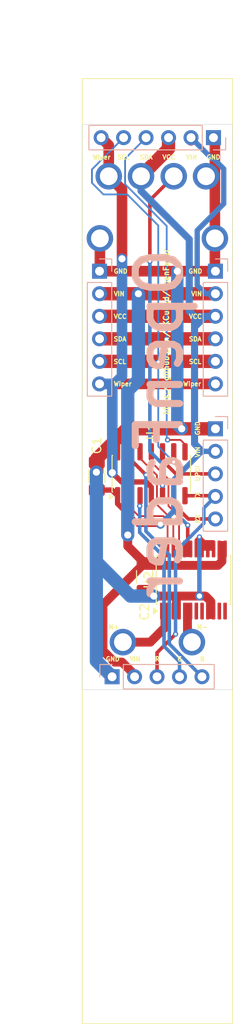
<source format=kicad_pcb>
(kicad_pcb (version 20241229) (generator "pcbnew") (generator_version "9.0")
  (layers (0 "F.Cu" signal) (2 "B.Cu" signal) (13 "F.Paste" user) (15 "B.Paste" user) (5 "F.SilkS" user "F.Silkscreen") (7 "B.SilkS" user "B.Silkscreen") (1 "F.Mask" user) (3 "B.Mask" user) (25 "Edge.Cuts" user))
  (net 0 "")
  (net 1 "Vin")
  (net 2 "GND")
  (net 3 "SCL")
  (net 4 "Wiper")
  (net 5 "UPDI")
  (net 6 "SDA")
  (net 7 "LED_B")
  (net 8 "LED_R")
  (net 9 "LED_G")
  (net 10 "UART_RX")
  (net 11 "Touch")
  (net 12 "MPWM")
  (net 13 "M2")
  (net 14 "M1")
  (net 15 "Motor-")
  (net 19 "Motor+")
  (net 21 "Vcc")
  (footprint "Package_SO:SOIC-14_3.9x8.7mm_P1.27mm" (layer "F.Cu") (at 141.51 121.875 90)
    (property "Reference" "U1" (at 4.775 0 90) (layer "F.SilkS"))
    (property "Value" "ATtiny1614-SS" (hide yes))
    (fp_line (start 2.06 -4.435) (end 2.06 -4.37) (stroke (width 0.12)) (layer "F.SilkS"))
    (fp_line (start -2.06 -4.435) (end 2.06 -4.435) (stroke (width 0.12)) (layer "F.SilkS"))
    (fp_line (start -2.06 -4.37) (end -2.06 -4.435) (stroke (width 0.12)) (layer "F.SilkS"))
    (fp_line (start 2.06 4.37) (end 2.06 4.435) (stroke (width 0.12)) (layer "F.SilkS"))
    (fp_line (start 2.06 4.435) (end -2.06 4.435) (stroke (width 0.12)) (layer "F.SilkS"))
    (fp_line (start -2.06 4.435) (end -2.06 4.37) (stroke (width 0.12)) (layer "F.SilkS"))
    (fp_poly (pts (xy -2.6 -4.37) (xy -2.84 -4.7) (xy -2.36 -4.7)) (stroke (width 0.12)) (fill yes) (layer "F.SilkS"))
    (pad "1" smd roundrect (at -2.475 -3.81 90) (size 1.95 0.6) (layers "F.Cu" "F.Mask" "F.Paste") (net 21 "Vcc"))
    (pad "2" smd roundrect (at -2.475 -2.54 90) (size 1.95 0.6) (layers "F.Cu" "F.Mask" "F.Paste") (net 12 "MPWM"))
    (pad "3" smd roundrect (at -2.475 -1.27 90) (size 1.95 0.6) (layers "F.Cu" "F.Mask" "F.Paste") (net 9 "LED_G"))
    (pad "4" smd roundrect (at -2.475 0 90) (size 1.95 0.6) (layers "F.Cu" "F.Mask" "F.Paste") (net 4 "Wiper"))
    (pad "5" smd roundrect (at -2.475 1.27 90) (size 1.95 0.6) (layers "F.Cu" "F.Mask" "F.Paste") (net 11 "Touch"))
    (pad "6" smd roundrect (at -2.475 2.54 90) (size 1.95 0.6) (layers "F.Cu" "F.Mask" "F.Paste") (net 10 "UART_RX"))
    (pad "7" smd roundrect (at -2.475 3.81 90) (size 1.95 0.6) (layers "F.Cu" "F.Mask" "F.Paste") (net 8 "LED_R"))
    (pad "8" smd roundrect (at 2.475 3.81 90) (size 1.95 0.6) (layers "F.Cu" "F.Mask" "F.Paste") (net 6 "SDA"))
    (pad "9" smd roundrect (at 2.475 2.54 90) (size 1.95 0.6) (layers "F.Cu" "F.Mask" "F.Paste") (net 3 "SCL"))
    (pad "10" smd roundrect (at 2.475 1.27 90) (size 1.95 0.6) (layers "F.Cu" "F.Mask" "F.Paste") (net 5 "UPDI"))
    (pad "11" smd roundrect (at 2.475 0 90) (size 1.95 0.6) (layers "F.Cu" "F.Mask" "F.Paste") (net 14 "M1"))
    (pad "12" smd roundrect (at 2.475 -1.27 90) (size 1.95 0.6) (layers "F.Cu" "F.Mask" "F.Paste") (net 13 "M2"))
    (pad "13" smd roundrect (at 2.475 -2.54 90) (size 1.95 0.6) (layers "F.Cu" "F.Mask" "F.Paste") (net 7 "LED_B"))
    (pad "14" smd roundrect (at 2.475 -3.81 90) (size 1.95 0.6) (layers "F.Cu" "F.Mask" "F.Paste") (net 2 "GND"))
  )
  (footprint "Motorized Fader:MF60T" (layer "F.Cu") (at 142.2 130.6)
    (property "Reference" "U3" (hide yes))
    (property "Value" "~")
    (fp_rect (start -8.5 -53.25) (end 8.5 53.25) (stroke (width 0.1)) (fill no) (layer "F.SilkS"))
    (pad "0" thru_hole circle (at -3.9 10.25) (size 3 3) (drill 2) (layers "*.Cu" "*.Paste" "*.Mask") (net 19 "Motor+"))
    (pad "1" thru_hole circle (at 3.9 10.25) (size 3 3) (drill 2) (layers "*.Cu" "*.Paste" "*.Mask") (net 15 "Motor-"))
    (pad "2" thru_hole circle (at -1.85 -42.25) (size 3 3) (drill 2) (layers "*.Cu" "*.Paste" "*.Mask") (net 21 "Vcc"))
    (pad "3" thru_hole circle (at -5.5 -42.25) (size 3 3) (drill 2) (layers "*.Cu" "*.Paste" "*.Mask") (net 4 "Wiper"))
    (pad "4" thru_hole circle (at 5.5 -42.25) (size 3 3) (drill 2) (layers "*.Cu" "*.Paste" "*.Mask") (net 2 "GND"))
    (pad "5" thru_hole circle (at 1.85 -42.25) (size 3 3) (drill 2) (layers "*.Cu" "*.Paste" "*.Mask") (net 11 "Touch"))
    (pad "6" thru_hole circle (at -6.5 -35.25) (size 3 3) (drill 2) (layers "*.Cu" "*.Paste" "*.Mask") (net 2 "GND"))
    (pad "6" thru_hole circle (at 6.5 -35.25) (size 3 3) (drill 2) (layers "*.Cu" "*.Paste" "*.Mask") (net 2 "GND"))
  )
  (footprint "Capacitor_SMD:C_1206_3216Metric_Pad1.33x1.80mm_HandSolder" (layer "F.Cu") (at 140.75 133.5 -90)
    (property "Reference" "C2" (at 3.95 0 90) (layer "F.SilkS"))
    (property "Value" "C")
    (fp_line (start -0.711252 0.91) (end 0.711252 0.91) (stroke (width 0.12)) (layer "F.SilkS"))
    (fp_line (start -0.711252 -0.91) (end 0.711252 -0.91) (stroke (width 0.12)) (layer "F.SilkS"))
    (pad "1" smd roundrect (at -1.5625 0 270) (size 1.325 1.8) (layers "F.Cu" "F.Mask" "F.Paste") (roundrect_rratio 0.188679) (net 1 "Vin"))
    (pad "2" smd roundrect (at 1.5625 0 270) (size 1.325 1.8) (layers "F.Cu" "F.Mask" "F.Paste") (roundrect_rratio 0.188679) (net 2 "GND"))
  )
  (footprint "Capacitor_SMD:C_1206_3216Metric_Pad1.33x1.80mm_HandSolder" (layer "F.Cu") (at 135.35 122.15 90)
    (property "Reference" "C1" (at 3.45 0 90) (layer "F.SilkS"))
    (property "Value" "C")
    (fp_line (start -0.711252 -0.91) (end 0.711252 -0.91) (stroke (width 0.12)) (layer "F.SilkS"))
    (fp_line (start -0.711252 0.91) (end 0.711252 0.91) (stroke (width 0.12)) (layer "F.SilkS"))
    (pad "1" smd roundrect (at -1.5625 0 90) (size 1.325 1.8) (layers "F.Cu" "F.Mask" "F.Paste") (roundrect_rratio 0.188679) (net 21 "Vcc"))
    (pad "2" smd roundrect (at 1.5625 0 90) (size 1.325 1.8) (layers "F.Cu" "F.Mask" "F.Paste") (roundrect_rratio 0.188679) (net 2 "GND"))
  )
  (footprint "Package_SO:SSOP-24_5.3x8.2mm_P0.65mm" (layer "F.Cu") (at 146.275 133.85 90)
    (property "Reference" "U2" (at 0 -5.05 90) (layer "F.SilkS"))
    (property "Value" "TB6612FNG" (hide yes))
    (fp_line (start 2.76 -4.21) (end 2.76 -4.035) (stroke (width 0.12)) (layer "F.SilkS"))
    (fp_line (start -2.76 -4.21) (end 2.76 -4.21) (stroke (width 0.12)) (layer "F.SilkS"))
    (fp_line (start -2.76 -4.035) (end -2.76 -4.21) (stroke (width 0.12)) (layer "F.SilkS"))
    (fp_line (start 2.76 4.035) (end 2.76 4.21) (stroke (width 0.12)) (layer "F.SilkS"))
    (fp_line (start 2.76 4.21) (end -2.76 4.21) (stroke (width 0.12)) (layer "F.SilkS"))
    (fp_line (start -2.76 4.21) (end -2.76 4.035) (stroke (width 0.12)) (layer "F.SilkS"))
    (fp_poly (pts (xy -3.5 -4.04) (xy -3.84 -4.51) (xy -3.16 -4.51)) (stroke (width 0.12)) (fill yes) (layer "F.SilkS"))
    (pad "1" smd roundrect (at -3.5 -3.575 90) (size 1.9 0.4) (layers "F.Cu" "F.Mask" "F.Paste") (net 19 "Motor+"))
    (pad "2" smd roundrect (at -3.5 -2.925 90) (size 1.9 0.4) (layers "F.Cu" "F.Mask" "F.Paste") (net 19 "Motor+"))
    (pad "3" smd roundrect (at -3.5 -2.275 90) (size 1.9 0.4) (layers "F.Cu" "F.Mask" "F.Paste") (net 2 "GND"))
    (pad "4" smd roundrect (at -3.5 -1.625 90) (size 1.9 0.4) (layers "F.Cu" "F.Mask" "F.Paste") (net 2 "GND"))
    (pad "5" smd roundrect (at -3.5 -0.975 90) (size 1.9 0.4) (layers "F.Cu" "F.Mask" "F.Paste") (net 15 "Motor-"))
    (pad "6" smd roundrect (at -3.5 -0.325 90) (size 1.9 0.4) (layers "F.Cu" "F.Mask" "F.Paste") (net 15 "Motor-"))
    (pad "7" smd roundrect (at -3.5 0.325 90) (size 1.9 0.4) (layers "F.Cu" "F.Mask" "F.Paste"))
    (pad "8" smd roundrect (at -3.5 0.975 90) (size 1.9 0.4) (layers "F.Cu" "F.Mask" "F.Paste"))
    (pad "9" smd roundrect (at -3.5 1.625 90) (size 1.9 0.4) (layers "F.Cu" "F.Mask" "F.Paste") (net 2 "GND"))
    (pad "10" smd roundrect (at -3.5 2.275 90) (size 1.9 0.4) (layers "F.Cu" "F.Mask" "F.Paste") (net 2 "GND"))
    (pad "11" smd roundrect (at -3.5 2.925 90) (size 1.9 0.4) (layers "F.Cu" "F.Mask" "F.Paste"))
    (pad "12" smd roundrect (at -3.5 3.575 90) (size 1.9 0.4) (layers "F.Cu" "F.Mask" "F.Paste"))
    (pad "13" smd roundrect (at 3.5 3.575 90) (size 1.9 0.4) (layers "F.Cu" "F.Mask" "F.Paste") (net 1 "Vin"))
    (pad "14" smd roundrect (at 3.5 2.925 90) (size 1.9 0.4) (layers "F.Cu" "F.Mask" "F.Paste") (net 1 "Vin"))
    (pad "15" smd roundrect (at 3.5 2.275 90) (size 1.9 0.4) (layers "F.Cu" "F.Mask" "F.Paste") (net 2 "GND"))
    (pad "16" smd roundrect (at 3.5 1.625 90) (size 1.9 0.4) (layers "F.Cu" "F.Mask" "F.Paste") (net 2 "GND"))
    (pad "17" smd roundrect (at 3.5 0.975 90) (size 1.9 0.4) (layers "F.Cu" "F.Mask" "F.Paste") (net 2 "GND"))
    (pad "18" smd roundrect (at 3.5 0.325 90) (size 1.9 0.4) (layers "F.Cu" "F.Mask" "F.Paste") (net 2 "GND"))
    (pad "19" smd roundrect (at 3.5 -0.325 90) (size 1.9 0.4) (layers "F.Cu" "F.Mask" "F.Paste") (net 21 "Vcc"))
    (pad "20" smd roundrect (at 3.5 -0.975 90) (size 1.9 0.4) (layers "F.Cu" "F.Mask" "F.Paste") (net 21 "Vcc"))
    (pad "21" smd roundrect (at 3.5 -1.625 90) (size 1.9 0.4) (layers "F.Cu" "F.Mask" "F.Paste") (net 14 "M1"))
    (pad "22" smd roundrect (at 3.5 -2.275 90) (size 1.9 0.4) (layers "F.Cu" "F.Mask" "F.Paste") (net 13 "M2"))
    (pad "23" smd roundrect (at 3.5 -2.925 90) (size 1.9 0.4) (layers "F.Cu" "F.Mask" "F.Paste") (net 12 "MPWM"))
    (pad "24" smd roundrect (at 3.5 -3.575 90) (size 1.9 0.4) (layers "F.Cu" "F.Mask" "F.Paste") (net 1 "Vin"))
  )
  (footprint "Connector_PinHeader_2.54mm:PinHeader_1x06_P2.54mm_Vertical" (layer "B.Cu") (at 148.54 84 90)
    (property "Reference" "J5" (hide yes))
    (property "Value" "Conn_01x06_Pin" (hide yes))
    (fp_line (start -1.38 -14.08) (end 1.38 -14.08) (stroke (width 0.12)) (layer "B.SilkS"))
    (fp_line (start 1.38 -1.27) (end 1.38 -14.08) (stroke (width 0.12)) (layer "B.SilkS"))
    (fp_line (start -1.38 -1.27) (end -1.38 -14.08) (stroke (width 0.12)) (layer "B.SilkS"))
    (fp_line (start -1.38 -1.27) (end 1.38 -1.27) (stroke (width 0.12)) (layer "B.SilkS"))
    (fp_line (start -1.38 0) (end -1.38 1.38) (stroke (width 0.12)) (layer "B.SilkS"))
    (fp_line (start -1.38 1.38) (end 0 1.38) (stroke (width 0.12)) (layer "B.SilkS"))
    (pad "1" thru_hole rect (at 0 0 90) (size 1.7 1.7) (drill 1) (layers "*.Cu" "*.Mask") (net 2 "GND"))
    (pad "2" thru_hole circle (at 0 -2.54 90) (size 1.7 1.7) (drill 1) (layers "*.Cu" "*.Mask") (net 1 "Vin"))
    (pad "3" thru_hole circle (at 0 -5.08 90) (size 1.7 1.7) (drill 1) (layers "*.Cu" "*.Mask") (net 21 "Vcc"))
    (pad "4" thru_hole circle (at 0 -7.62 90) (size 1.7 1.7) (drill 1) (layers "*.Cu" "*.Mask") (net 6 "SDA"))
    (pad "5" thru_hole circle (at 0 -10.16 90) (size 1.7 1.7) (drill 1) (layers "*.Cu" "*.Mask") (net 3 "SCL"))
    (pad "6" thru_hole circle (at 0 -12.7 90) (size 1.7 1.7) (drill 1) (layers "*.Cu" "*.Mask") (net 4 "Wiper"))
  )
  (footprint "Connector_PinHeader_2.54mm:PinHeader_1x06_P2.54mm_Vertical" (layer "B.Cu") (at 148.76 99.05 180)
    (property "Reference" "J1" (hide yes))
    (property "Value" "Conn_01x06_Pin" (hide yes))
    (fp_line (start 1.38 -1.27) (end 1.38 -14.08) (stroke (width 0.12)) (layer "B.SilkS"))
    (fp_line (start -1.38 1.38) (end 0 1.38) (stroke (width 0.12)) (layer "B.SilkS"))
    (fp_line (start -1.38 0) (end -1.38 1.38) (stroke (width 0.12)) (layer "B.SilkS"))
    (fp_line (start -1.38 -1.27) (end 1.38 -1.27) (stroke (width 0.12)) (layer "B.SilkS"))
    (fp_line (start -1.38 -1.27) (end -1.38 -14.08) (stroke (width 0.12)) (layer "B.SilkS"))
    (fp_line (start -1.38 -14.08) (end 1.38 -14.08) (stroke (width 0.12)) (layer "B.SilkS"))
    (pad "1" thru_hole rect (at 0 0 180) (size 1.7 1.7) (drill 1) (layers "*.Cu" "*.Mask") (net 2 "GND"))
    (pad "2" thru_hole circle (at 0 -2.54 180) (size 1.7 1.7) (drill 1) (layers "*.Cu" "*.Mask") (net 1 "Vin"))
    (pad "3" thru_hole circle (at 0 -5.08 180) (size 1.7 1.7) (drill 1) (layers "*.Cu" "*.Mask") (net 21 "Vcc"))
    (pad "4" thru_hole circle (at 0 -7.62 180) (size 1.7 1.7) (drill 1) (layers "*.Cu" "*.Mask") (net 6 "SDA"))
    (pad "5" thru_hole circle (at 0 -10.16 180) (size 1.7 1.7) (drill 1) (layers "*.Cu" "*.Mask") (net 3 "SCL"))
    (pad "6" thru_hole circle (at 0 -12.7 180) (size 1.7 1.7) (drill 1) (layers "*.Cu" "*.Mask") (net 4 "Wiper"))
  )
  (footprint "Connector_PinHeader_2.54mm:PinHeader_1x05_P2.54mm_Vertical" (layer "B.Cu") (at 137.08 144.75 -90)
    (property "Reference" "J2" (hide yes))
    (property "Value" "Conn_01x05_Pin" (hide yes))
    (fp_line (start -1.38 1.38) (end 0 1.38) (stroke (width 0.12)) (layer "B.SilkS"))
    (fp_line (start -1.38 0) (end -1.38 1.38) (stroke (width 0.12)) (layer "B.SilkS"))
    (fp_line (start -1.38 -1.27) (end 1.38 -1.27) (stroke (width 0.12)) (layer "B.SilkS"))
    (fp_line (start -1.38 -1.27) (end -1.38 -11.54) (stroke (width 0.12)) (layer "B.SilkS"))
    (fp_line (start 1.38 -1.27) (end 1.38 -11.54) (stroke (width 0.12)) (layer "B.SilkS"))
    (fp_line (start -1.38 -11.54) (end 1.38 -11.54) (stroke (width 0.12)) (layer "B.SilkS"))
    (pad "1" thru_hole rect (at 0 0 270) (size 1.7 1.7) (drill 1) (layers "*.Cu" "*.Mask") (net 2 "GND"))
    (pad "2" thru_hole circle (at 0 -2.54 270) (size 1.7 1.7) (drill 1) (layers "*.Cu" "*.Mask") (net 1 "Vin"))
    (pad "3" thru_hole circle (at 0 -5.08 270) (size 1.7 1.7) (drill 1) (layers "*.Cu" "*.Mask") (net 8 "LED_R"))
    (pad "4" thru_hole circle (at 0 -7.62 270) (size 1.7 1.7) (drill 1) (layers "*.Cu" "*.Mask") (net 9 "LED_G"))
    (pad "5" thru_hole circle (at 0 -10.16 270) (size 1.7 1.7) (drill 1) (layers "*.Cu" "*.Mask") (net 7 "LED_B"))
  )
  (footprint "Connector_PinHeader_2.54mm:PinHeader_1x06_P2.54mm_Vertical" (layer "B.Cu") (at 135.66 99.05 180)
    (property "Reference" "J4" (hide yes))
    (property "Value" "Conn_01x06_Pin" (hide yes))
    (fp_line (start 1.38 -1.27) (end 1.38 -14.08) (stroke (width 0.12)) (layer "B.SilkS"))
    (fp_line (start -1.38 1.38) (end 0 1.38) (stroke (width 0.12)) (layer "B.SilkS"))
    (fp_line (start -1.38 0) (end -1.38 1.38) (stroke (width 0.12)) (layer "B.SilkS"))
    (fp_line (start -1.38 -1.27) (end 1.38 -1.27) (stroke (width 0.12)) (layer "B.SilkS"))
    (fp_line (start -1.38 -1.27) (end -1.38 -14.08) (stroke (width 0.12)) (layer "B.SilkS"))
    (fp_line (start -1.38 -14.08) (end 1.38 -14.08) (stroke (width 0.12)) (layer "B.SilkS"))
    (pad "1" thru_hole rect (at 0 0 180) (size 1.7 1.7) (drill 1) (layers "*.Cu" "*.Mask") (net 2 "GND"))
    (pad "2" thru_hole circle (at 0 -2.54 180) (size 1.7 1.7) (drill 1) (layers "*.Cu" "*.Mask") (net 1 "Vin"))
    (pad "3" thru_hole circle (at 0 -5.08 180) (size 1.7 1.7) (drill 1) (layers "*.Cu" "*.Mask") (net 21 "Vcc"))
    (pad "4" thru_hole circle (at 0 -7.62 180) (size 1.7 1.7) (drill 1) (layers "*.Cu" "*.Mask") (net 6 "SDA"))
    (pad "5" thru_hole circle (at 0 -10.16 180) (size 1.7 1.7) (drill 1) (layers "*.Cu" "*.Mask") (net 3 "SCL"))
    (pad "6" thru_hole circle (at 0 -12.7 180) (size 1.7 1.7) (drill 1) (layers "*.Cu" "*.Mask") (net 4 "Wiper"))
  )
  (footprint "Connector_PinHeader_2.54mm:PinHeader_1x05_P2.54mm_Vertical" (layer "B.Cu") (at 148.76 116.81 180)
    (property "Reference" "J3" (hide yes))
    (property "Value" "Conn_01x05_Pin" (hide yes))
    (fp_line (start 1.38 -1.27) (end 1.38 -11.54) (stroke (width 0.12)) (layer "B.SilkS"))
    (fp_line (start -1.38 1.38) (end 0 1.38) (stroke (width 0.12)) (layer "B.SilkS"))
    (fp_line (start -1.38 0) (end -1.38 1.38) (stroke (width 0.12)) (layer "B.SilkS"))
    (fp_line (start -1.38 -1.27) (end 1.38 -1.27) (stroke (width 0.12)) (layer "B.SilkS"))
    (fp_line (start -1.38 -1.27) (end -1.38 -11.54) (stroke (width 0.12)) (layer "B.SilkS"))
    (fp_line (start -1.38 -11.54) (end 1.38 -11.54) (stroke (width 0.12)) (layer "B.SilkS"))
    (pad "1" thru_hole rect (at 0 0 180) (size 1.7 1.7) (drill 1) (layers "*.Cu" "*.Mask") (net 2 "GND"))
    (pad "2" thru_hole circle (at 0 -2.54 180) (size 1.7 1.7) (drill 1) (layers "*.Cu" "*.Mask") (net 21 "Vcc"))
    (pad "3" thru_hole circle (at 0 -5.08 180) (size 1.7 1.7) (drill 1) (layers "*.Cu" "*.Mask") (net 5 "UPDI"))
    (pad "4" thru_hole circle (at 0 -7.62 180) (size 1.7 1.7) (drill 1) (layers "*.Cu" "*.Mask") (net 8 "LED_R"))
    (pad "5" thru_hole circle (at 0 -10.16 180) (size 1.7 1.7) (drill 1) (layers "*.Cu" "*.Mask") (net 10 "UART_RX"))
  )
  (gr_rect (start 133.7 82.5) (end 150.7 146.2) (stroke (width 0.05)) (fill no) (layer "Edge.Cuts"))
  (gr_text "Wiper" (at 145.039594 112.042429 0) (layer "F.SilkS") (effects (font (size 0.5 0.5) (thickness 0.125)) (justify left bottom)))
  (gr_text "TX" (at 147.05 124.85 90) (layer "F.SilkS") (effects (font (size 0.5 0.5) (thickness 0.125)) (justify left bottom)))
  (gr_text "SCL" (at 137.189594 109.542429 0) (layer "F.SilkS") (effects (font (size 0.5 0.5) (thickness 0.125)) (justify left bottom)))
  (gr_text "GND" (at 136.3 143.05 0) (layer "F.SilkS") (effects (font (size 0.5 0.5) (thickness 0.125)) (justify left bottom)))
  (gr_text "SCL" (at 137.6 86.5 0) (layer "F.SilkS") (effects (font (size 0.5 0.5) (thickness 0.125)) (justify left bottom)))
  (gr_text "VIN" (at 137.2 101.9 0) (layer "F.SilkS") (effects (font (size 0.5 0.5) (thickness 0.125)) (justify left bottom)))
  (gr_text "M+" (at 136.6 139.45 0) (layer "F.SilkS") (effects (font (size 0.5 0.5) (thickness 0.125)) (justify left bottom)))
  (gr_text "UPDI" (at 147.05 122.8 90) (layer "F.SilkS") (effects (font (size 0.5 0.5) (thickness 0.125)) (justify left bottom)))
  (gr_text "VIN" (at 139 143.05 0) (layer "F.SilkS") (effects (font (size 0.5 0.5) (thickness 0.125)) (justify left bottom)))
  (gr_text "Wiper" (at 134.8 86.5 0) (layer "F.SilkS") (effects (font (size 0.5 0.5) (thickness 0.125)) (justify left bottom)))
  (gr_text "VCC" (at 145.7 104.45 0) (layer "F.SilkS") (effects (font (size 0.5 0.5) (thickness 0.125)) (justify left bottom)))
  (gr_text "SDA" (at 145.689594 106.992429 0) (layer "F.SilkS") (effects (font (size 0.5 0.5) (thickness 0.125)) (justify left bottom)))
  (gr_text "VCC" (at 142.7 86.5 0) (layer "F.SilkS") (effects (font (size 0.5 0.5) (thickness 0.125)) (justify left bottom)))
  (gr_text "GND" (at 147.69 86.5 0) (layer "F.SilkS") (effects (font (size 0.5 0.5) (thickness 0.125)) (justify left bottom)))
  (gr_text "M-" (at 146.6 139.45 0) (layer "F.SilkS") (effects (font (size 0.5 0.5) (thickness 0.125)) (justify left bottom)))
  (gr_text "GND" (at 147.05 117.6 90) (layer "F.SilkS") (effects (font (size 0.5 0.5) (thickness 0.125)) (justify left bottom)))
  (gr_text "SDA" (at 140.15 86.5 0) (layer "F.SilkS") (effects (font (size 0.5 0.5) (thickness 0.125)) (justify left bottom)))
  (gr_text "VIN" (at 147.05 120.1 90) (layer "F.SilkS") (effects (font (size 0.5 0.5) (thickness 0.125)) (justify left bottom)))
  (gr_text "B" (at 146.95 143.05 0) (layer "F.SilkS") (effects (font (size 0.5 0.5) (thickness 0.125)) (justify left bottom)))
  (gr_text "https://github.com/PKCubed/OpenFader" (at 143.55 115.3 90) (layer "F.SilkS") (effects (font (size 0.6 0.6) (thickness 0.15) (bold yes)) (justify left bottom)))
  (gr_text "GND" (at 145.65 99.35 0) (layer "F.SilkS") (effects (font (size 0.5 0.5) (thickness 0.125)) (justify left bottom)))
  (gr_text "SCL" (at 145.689594 109.542429 0) (layer "F.SilkS") (effects (font (size 0.5 0.5) (thickness 0.125)) (justify left bottom)))
  (gr_text "VIN" (at 145.39 86.5 0) (layer "F.SilkS") (effects (font (size 0.5 0.5) (thickness 0.125)) (justify left bottom)))
  (gr_text "VCC" (at 137.2 104.45 0) (layer "F.SilkS") (effects (font (size 0.5 0.5) (thickness 0.125)) (justify left bottom)))
  (gr_text "Wiper" (at 137.189594 112.042429 0) (layer "F.SilkS") (effects (font (size 0.5 0.5) (thickness 0.125)) (justify left bottom)))
  (gr_text "R" (at 141.85 143.05 0) (layer "F.SilkS") (effects (font (size 0.5 0.5) (thickness 0.125)) (justify left bottom)))
  (gr_text "VIN" (at 145.95 101.9 0) (layer "F.SilkS") (effects (font (size 0.5 0.5) (thickness 0.125)) (justify left bottom)))
  (gr_text "GND" (at 137.2 99.35 0) (layer "F.SilkS") (effects (font (size 0.5 0.5) (thickness 0.125)) (justify left bottom)))
  (gr_text "RX" (at 147.05 127.55 90) (layer "F.SilkS") (effects (font (size 0.5 0.5) (thickness 0.125)) (justify left bottom)))
  (gr_text "SDA" (at 137.189594 106.992429 0) (layer "F.SilkS") (effects (font (size 0.5 0.5) (thickness 0.125)) (justify left bottom)))
  (gr_text "G" (at 144.4 143.05 0) (layer "F.SilkS") (effects (font (size 0.5 0.5) (thickness 0.125)) (justify left bottom)))
  (gr_text "OpenFader" (at 145.35 96.05 90) (layer "B.SilkS") (effects (font (size 5 5) (thickness 0.8)) (justify left bottom mirror)))
  (segment (start 149.05 132.2) (end 149.5 131.75) (width 1) (layer "F.Cu") (net 1))
  (segment (start 148.76 101.59) (end 140.5 101.59) (width 1.5) (layer "F.Cu") (net 1))
  (segment (start 138.2 143.1) (end 137.35 143.1) (width 1) (layer "F.Cu") (net 1))
  (segment (start 142.7 129.6) (end 142.7 131.1) (width 0.5) (layer "F.Cu") (net 1))
  (segment (start 139.62 144.75) (end 139.62 144.52) (width 1) (layer "F.Cu") (net 1))
  (segment (start 145.85 84.15) (end 146 84) (width 0.2) (layer "F.Cu") (net 1))
  (segment (start 138.85 130.0375) (end 140.75 131.9375) (width 1) (layer "F.Cu") (net 1))
  (segment (start 140.4875 132.2) (end 141.75 132.2) (width 1) (layer "F.Cu") (net 1))
  (segment (start 141.0125 132.2) (end 149.05 132.2) (width 1) (layer "F.Cu") (net 1))
  (segment (start 146 84.3) (end 146 84) (width 1.2) (layer "F.Cu") (net 1))
  (segment (start 138.85 128.775) (end 138.85 130.0375) (width 1) (layer "F.Cu") (net 1))
  (segment (start 137.35 143.1) (end 136.05 141.8) (width 1) (layer "F.Cu") (net 1))
  (segment (start 136.05 136.6375) (end 140.4875 132.2) (width 1) (layer "F.Cu") (net 1))
  (segment (start 141.8625 131.9375) (end 140.75 131.9375) (width 0.5) (layer "F.Cu") (net 1))
  (segment (start 149.5 131.75) (end 149.5 129.95) (width 1) (layer "F.Cu") (net 1))
  (segment (start 142.7 131.1) (end 141.8625 131.9375) (width 0.5) (layer "F.Cu") (net 1))
  (segment (start 140.75 131.9375) (end 141.0125 132.2) (width 1) (layer "F.Cu") (net 1))
  (segment (start 140.5 101.59) (end 135.66 101.59) (width 1.5) (layer "F.Cu") (net 1))
  (segment (start 136.05 141.8) (end 136.05 136.6375) (width 1) (layer "F.Cu") (net 1))
  (segment (start 139.62 144.52) (end 138.2 143.1) (width 1) (layer "F.Cu") (net 1))
  (segment (start 149.85 130.35) (end 149.2 130.35) (width 0.4) (layer "F.Cu") (net 1))
  (via (at 140.05 101.59) (size 1.2) (drill 0.8) (layers "F.Cu" "B.Cu") (net 1))
  (via (at 138.85 128.775) (size 1.2) (drill 0.8) (layers "F.Cu" "B.Cu") (net 1))
  (segment (start 146.699 94.451) (end 149.701 91.449) (width 0.6) (layer "B.Cu") (net 1))
  (segment (start 148.76 101.59) (end 147.64 101.59) (width 0.6) (layer "B.Cu") (net 1))
  (segment (start 149.701 91.449) (end 149.701 87.521158) (width 0.6) (layer "B.Cu") (net 1))
  (segment (start 147.64 101.59) (end 146.701 100.651) (width 0.6) (layer "B.Cu") (net 1))
  (segment (start 140.05 111.3) (end 140.05 101.59) (width 1.5) (layer "B.Cu") (net 1))
  (segment (start 146.700999 98.126793) (end 146.699 98.124794) (width 0.6) (layer "B.Cu") (net 1))
  (segment (start 146.701 100.651) (end 146.700999 98.126793) (width 0.6) (layer "B.Cu") (net 1))
  (segment (start 149.701 87.521158) (end 148.528842 86.349) (width 0.6) (layer "B.Cu") (net 1))
  (segment (start 148.349 86.349) (end 146 84) (width 0.6) (layer "B.Cu") (net 1))
  (segment (start 138.85 112.5) (end 140.05 111.3) (width 1.5) (layer "B.Cu") (net 1))
  (segment (start 138.85 128.775) (end 138.85 112.5) (width 1.5) (layer "B.Cu") (net 1))
  (segment (start 146.699 98.124794) (end 146.699 94.451) (width 0.6) (layer "B.Cu") (net 1))
  (segment (start 148.528842 86.349) (end 148.349 86.349) (width 0.6) (layer "B.Cu") (net 1))
  (segment (start 135.35 120.5875) (end 135.35 121.65) (width 0.5) (layer "F.Cu") (net 2))
  (segment (start 147.25 129.3) (end 147.9 129.95) (width 0.4) (layer "F.Cu") (net 2))
  (segment (start 148.55 130.35) (end 148.25 130.35) (width 0.4) (layer "F.Cu") (net 2))
  (segment (start 135.35 121.65) (end 135.3 121.7) (width 1.5) (layer "F.Cu") (net 2))
  (segment (start 148.151 136.165442) (end 148.151 136.201) (width 1) (layer "F.Cu") (net 2))
  (segment (start 148.7 95.35) (end 148.7 89.35) (width 1.2) (layer "F.Cu") (net 2))
  (segment (start 146.95 129) (end 147.25 129.3) (width 0.4) (layer "F.Cu") (net 2))
  (segment (start 148.7 89.35) (end 148.7 84.16) (width 1.2) (layer "F.Cu") (net 2))
  (segment (start 135.35 120.1875) (end 135.35 120.5875) (width 1.5) (layer "F.Cu") (net 2))
  (segment (start 148.3 130.35) (end 148.55 130.35) (width 0.4) (layer "F.Cu") (net 2))
  (segment (start 147.9 129.95) (end 148.55 129.95) (width 0.4) (layer "F.Cu") (net 2))
  (segment (start 148.76 116.81) (end 138.7275 116.81) (width 1.5) (layer "F.Cu") (net 2))
  (segment (start 148.5 129.55) (end 148.55 129.6) (width 0.4) (layer "F.Cu") (net 2))
  (segment (start 146.95 130.35) (end 146.6 130.35) (width 0.4) (layer "F.Cu") (net 2))
  (segment (start 148.7 84.16) (end 148.54 84) (width 1.2) (layer "F.Cu") (net 2))
  (segment (start 147.6 129.65) (end 147.6 130.35) (width 0.4) (layer "F.Cu") (net 2))
  (segment (start 147.649 135.699) (end 147.684558 135.699) (width 1) (layer "F.Cu") (net 2))
  (segment (start 146.6 129.35) (end 146.6 129.45) (width 0.4) (layer "F.Cu") (net 2))
  (segment (start 148.7 95.35) (end 148.7 98.99) (width 1.2) (layer "F.Cu") (net 2))
  (segment (start 146.95 135.657221) (end 147.607221 135.657221) (width 1) (layer "F.Cu") (net 2))
  (segment (start 138.7275 116.81) (end 135.35 120.1875) (width 1.5) (layer "F.Cu") (net 2))
  (segment (start 135.7 99.01) (end 135.66 99.05) (width 1.2) (layer "F.Cu") (net 2))
  (segment (start 141.8 135.657221) (end 144.25 135.657221) (width 1) (layer "F.Cu") (net 2))
  (segment (start 146.95 130.35) (end 146.95 129) (width 0.4) (layer "F.Cu") (net 2))
  (segment (start 143.742779 135.657221) (end 146.95 135.657221) (width 1) (layer "F.Cu") (net 2))
  (segment (start 146.95 129) (end 147.6 129.65) (width 0.4) (layer "F.Cu") (net 2))
  (segment (start 147.25 129.3) (end 148.3 130.35) (width 0.4) (layer "F.Cu") (net 2))
  (segment (start 148.55 129.75) (end 148.55 130.35) (width 0.4) (layer "F.Cu") (net 2))
  (segment (start 148.151 136.201) (end 148.25 136.3) (width 1) (layer "F.Cu") (net 2))
  (segment (start 147.684558 135.699) (end 148.151 136.165442) (width 1) (layer "F.Cu") (net 2))
  (segment (start 135.35 120.1875) (end 135.35 121.65) (width 1.5) (layer "F.Cu") (net 2))
  (segment (start 147.607221 135.657221) (end 147.649 135.699) (width 1) (layer "F.Cu") (net 2))
  (segment (start 148.76 99.05) (end 135.66 99.05) (width 1.2) (layer "F.Cu") (net 2))
  (segment (start 148.25 130.35) (end 147.6 130.35) (width 0.4) (layer "F.Cu") (net 2))
  (segment (start 147.5 129.55) (end 148.5 129.55) (width 0.4) (layer "F.Cu") (net 2))
  (segment (start 141.344721 135.657221) (end 141.8 135.657221) (width 1) (layer "F.Cu") (net 2))
  (segment (start 148.25 136.3) (end 148.25 137.75) (width 1) (layer "F.Cu") (net 2))
  (segment (start 147.25 129.3) (end 147.5 129.55) (width 0.4) (layer "F.Cu") (net 2))
  (segment (start 135.7 95.35) (end 135.7 99.01) (width 1.2) (layer "F.Cu") (net 2))
  (segment (start 148.7 89.35) (end 147.7 88.35) (width 1.2) (layer "F.Cu") (net 2))
  (segment (start 146.95 129) (end 146.6 129.35) (width 0.4) (layer "F.Cu") (net 2))
  (segment (start 144.35 136.264442) (end 144.35 137.75) (width 1) (layer "F.Cu") (net 2))
  (segment (start 147.6 130.35) (end 146.95 130.35) (width 0.4) (layer "F.Cu") (net 2))
  (segment (start 140.75 135.0625) (end 141.344721 135.657221) (width 1) (layer "F.Cu") (net 2))
  (via (at 141.8 135.657221) (size 1.2) (drill 0.8) (layers "F.Cu" "B.Cu") (net 2))
  (via (at 144.45 99.05) (size 1.2) (drill 0.8) (layers "F.Cu" "B.Cu") (net 2))
  (via (at 135.3 121.7) (size 1.2) (drill 0.8) (layers "F.Cu" "B.Cu") (net 2))
  (via (at 146.95 135.657221) (size 1) (drill 0.6) (layers "F.Cu" "B.Cu") (net 2))
  (via (at 146.95 129) (size 0.6) (drill 0.3) (layers "F.Cu" "B.Cu") (net 2))
  (via (at 144.95 116.81) (size 1.2) (drill 0.8) (layers "F.Cu" "B.Cu") (net 2))
  (segment (start 148.76 99.05) (end 148.55 99.05) (width 1.5) (layer "B.Cu") (net 2))
  (segment (start 135.3 131.8) (end 135.3 142.97) (width 1.5) (layer "B.Cu") (net 2))
  (segment (start 146.95 129) (end 146.95 135.657221) (width 0.5) (layer "B.Cu") (net 2))
  (segment (start 135.3 142.97) (end 137.08 144.75) (width 1.5) (layer "B.Cu") (net 2))
  (segment (start 141.8 135.657221) (end 139.157221 135.657221) (width 1.5) (layer "B.Cu") (net 2))
  (segment (start 144.45 116.31) (end 144.95 116.81) (width 1.4) (layer "B.Cu") (net 2))
  (segment (start 135.3 121.7) (end 135.3 131.8) (width 1.5) (layer "B.Cu") (net 2))
  (segment (start 139.157221 135.657221) (end 135.3 131.8) (width 1.5) (layer "B.Cu") (net 2))
  (segment (start 144.45 99.05) (end 144.45 116.31) (width 1.4) (layer "B.Cu") (net 2))
  (segment (start 144.05 120.55) (end 144.05 119.4) (width 0.2) (layer "F.Cu") (net 3))
  (segment (start 148.76 109.21) (end 135.66 109.21) (width 1.5) (layer "F.Cu") (net 3))
  (via (at 142.3 109.26) (size 0.6) (drill 0.3) (layers "F.Cu" "B.Cu") (net 3))
  (via (at 144.05 120.55) (size 0.6) (drill 0.3) (layers "F.Cu" "B.Cu") (net 3))
  (segment (start 134.8 89.1) (end 134.8 87.58) (width 0.2) (layer "B.Cu") (net 3))
  (segment (start 142.3 93.9) (end 138.8 90.4) (width 0.2) (layer "B.Cu") (net 3))
  (segment (start 138.8 90.4) (end 136.1 90.4) (width 0.2) (layer "B.Cu") (net 3))
  (segment (start 134.8 87.58) (end 138.38 84) (width 0.2) (layer "B.Cu") (net 3))
  (segment (start 142.3 118.8) (end 144.05 120.55) (width 0.2) (layer "B.Cu") (net 3))
  (segment (start 142.3 109.26) (end 142.3 118.8) (width 0.2) (layer "B.Cu") (net 3))
  (segment (start 136.1 90.4) (end 134.8 89.1) (width 0.2) (layer "B.Cu") (net 3))
  (segment (start 142.3 109.26) (end 142.3 93.9) (width 0.2) (layer "B.Cu") (net 3))
  (segment (start 137.1 121.75) (end 138.15 122.8) (width 0.6) (layer "F.Cu") (net 4))
  (segment (start 136.7 84.86) (end 135.84 84) (width 1.2) (layer "F.Cu") (net 4))
  (segment (start 138.2 89.85) (end 136.7 88.35) (width 1.2) (layer "F.Cu") (net 4))
  (segment (start 136.7 88.35) (end 136.7 84.86) (width 1.2) (layer "F.Cu") (net 4))
  (segment (start 138.15 122.8) (end 140.934999 122.8) (width 0.6) (layer "F.Cu") (net 4))
  (segment (start 141.51 123.375001) (end 141.51 124.35) (width 0.6) (layer "F.Cu") (net 4))
  (segment (start 140.934999 122.8) (end 141.51 123.375001) (width 0.6) (layer "F.Cu") (net 4))
  (segment (start 135.66 111.75) (end 148.76 111.75) (width 1.2) (layer "F.Cu") (net 4))
  (segment (start 138.2 97.65) (end 138.2 89.85) (width 1.2) (layer "F.Cu") (net 4))
  (via (at 138.2 97.65) (size 1.2) (drill 0.8) (layers "F.Cu" "B.Cu") (net 4))
  (via (at 137.1 121.75) (size 1.2) (drill 0.8) (layers "F.Cu" "B.Cu") (net 4))
  (segment (start 137.35 111.75) (end 136.85 111.75) (width 1.2) (layer "B.Cu") (net 4))
  (segment (start 137.1 121.75) (end 137.1 112) (width 1.2) (layer "B.Cu") (net 4))
  (segment (start 138.2 110.9) (end 137.35 111.75) (width 1.2) (layer "B.Cu") (net 4))
  (segment (start 136.85 111.75) (end 135.66 111.75) (width 1.2) (layer "B.Cu") (net 4))
  (segment (start 138.2 97.65) (end 138.2 110.9) (width 1.2) (layer "B.Cu") (net 4))
  (segment (start 137.1 112) (end 136.85 111.75) (width 1.2) (layer "B.Cu") (net 4))
  (segment (start 148.76 121.89) (end 144.29 121.89) (width 0.4) (layer "F.Cu") (net 5))
  (segment (start 144.29 121.89) (end 142.78 120.38) (width 0.4) (layer "F.Cu") (net 5))
  (segment (start 142.78 120.38) (end 142.78 119.4) (width 0.2) (layer "F.Cu") (net 5))
  (segment (start 145.32 118.57) (end 145.32 119.4) (width 0.2) (layer "F.Cu") (net 6))
  (segment (start 148.76 106.67) (end 142.85 106.67) (width 1.5) (layer "F.Cu") (net 6))
  (segment (start 144.81 118.06) (end 145.32 118.57) (width 0.2) (layer "F.Cu") (net 6))
  (segment (start 142.85 106.67) (end 135.66 106.67) (width 1.5) (layer "F.Cu") (net 6))
  (segment (start 143.35 118.06) (end 144.81 118.06) (width 0.2) (layer "F.Cu") (net 6))
  (via (at 143.35 118.06) (size 0.6) (drill 0.3) (layers "F.Cu" "B.Cu") (net 6))
  (via (at 143.25 106.7) (size 0.6) (drill 0.3) (layers "F.Cu" "B.Cu") (net 6))
  (segment (start 138.549 86.371) (end 140.92 84) (width 0.2) (layer "B.Cu") (net 6))
  (segment (start 143.25 106.7) (end 143.25 93.95) (width 0.2) (layer "B.Cu") (net 6))
  (segment (start 143.35 118.06) (end 143.25 117.96) (width 0.2) (layer "B.Cu") (net 6))
  (segment (start 143.25 117.96) (end 143.25 106.7) (width 0.2) (layer "B.Cu") (net 6))
  (segment (start 143.25 93.95) (end 138.549 89.249) (width 0.2) (layer "B.Cu") (net 6))
  (segment (start 138.549 89.249) (end 138.549 86.371) (width 0.2) (layer "B.Cu") (net 6))
  (segment (start 138.97 119.4) (end 138.97 120.07) (width 0.2) (layer "F.Cu") (net 7))
  (segment (start 138.97 120.07) (end 140.9 122) (width 0.4) (layer "F.Cu") (net 7))
  (segment (start 138.97 119.4) (end 138.97 119.77) (width 0.2) (layer "F.Cu") (net 7))
  (via (at 140.9 122) (size 0.6) (drill 0.3) (layers "F.Cu" "B.Cu") (net 7))
  (segment (start 140.9 122) (end 140.9 125.208636) (width 0.4) (layer "B.Cu") (net 7))
  (segment (start 143.551 130.998298) (end 143.551 141.061) (width 0.4) (layer "B.Cu") (net 7))
  (segment (start 140.901 125.209636) (end 140.901 125.790364) (width 0.4) (layer "B.Cu") (net 7))
  (segment (start 140.901 125.790364) (end 140.9 125.791364) (width 0.4) (layer "B.Cu") (net 7))
  (segment (start 143.551 141.061) (end 147.24 144.75) (width 0.4) (layer "B.Cu") (net 7))
  (segment (start 140.9 125.208636) (end 140.901 125.209636) (width 0.4) (layer "B.Cu") (net 7))
  (segment (start 140.9 125.791364) (end 140.9 128.347298) (width 0.4) (layer "B.Cu") (net 7))
  (segment (start 140.9 128.347298) (end 143.551 130.998298) (width 0.4) (layer "B.Cu") (net 7))
  (segment (start 145.32 124.35) (end 148.68 124.35) (width 0.4) (layer "F.Cu") (net 8))
  (segment (start 144.251 139.95) (end 142.16 142.041) (width 0.4) (layer "F.Cu") (net 8))
  (segment (start 148.68 124.35) (end 148.76 124.43) (width 0.2) (layer "F.Cu") (net 8))
  (segment (start 142.16 142.041) (end 142.16 144.75) (width 0.4) (layer "F.Cu") (net 8))
  (via (at 144.251 139.95) (size 0.6) (drill 0.3) (layers "F.Cu" "B.Cu") (net 8))
  (segment (start 144.251 130.649) (end 147.45 127.45) (width 0.4) (layer "B.Cu") (net 8))
  (segment (start 147.45 125.74) (end 148.76 124.43) (width 0.4) (layer "B.Cu") (net 8))
  (segment (start 147.45 127.45) (end 147.45 125.74) (width 0.4) (layer "B.Cu") (net 8))
  (segment (start 144.251 139.95) (end 144.251 130.649) (width 0.4) (layer "B.Cu") (net 8))
  (segment (start 148.76 125.09) (end 148.76 124.43) (width 0.4) (layer "B.Cu") (net 8))
  (segment (start 140.2 125.5) (end 140.2 125.364999) (width 0.2) (layer "F.Cu") (net 9))
  (segment (start 140.2 125.364999) (end 140.24 125.324999) (width 0.2) (layer "F.Cu") (net 9))
  (segment (start 140.24 125.324999) (end 140.24 124.35) (width 0.2) (layer "F.Cu") (net 9))
  (via (at 140.2 125.5) (size 0.6) (drill 0.3) (layers "F.Cu" "B.Cu") (net 9))
  (segment (start 144.7 143.059942) (end 144.7 144.75) (width 0.4) (layer "B.Cu") (net 9))
  (segment (start 140.2 125.5) (end 140.2 128.49724) (width 0.4) (layer "B.Cu") (net 9))
  (segment (start 140.2 128.49724) (end 142.95 131.24724) (width 0.4) (layer "B.Cu") (net 9))
  (segment (start 142.95 131.24724) (end 142.95 141.309942) (width 0.4) (layer "B.Cu") (net 9))
  (segment (start 142.95 141.309942) (end 144.7 143.059942) (width 0.4) (layer "B.Cu") (net 9))
  (segment (start 145.695001 126.97) (end 144.05 125.324999) (width 0.4) (layer "F.Cu") (net 10))
  (segment (start 148.76 126.97) (end 145.695001 126.97) (width 0.4) (layer "F.Cu") (net 10))
  (segment (start 144.05 125.324999) (end 144.05 124.35) (width 0.4) (layer "F.Cu") (net 10))
  (segment (start 141.35 91.05) (end 144.05 88.35) (width 0.4) (layer "F.Cu") (net 11))
  (segment (start 142.78 123.2) (end 142.78 124.35) (width 0.4) (layer "F.Cu") (net 11))
  (segment (start 141.35 97.95) (end 141.35 91.05) (width 0.4) (layer "F.Cu") (net 11))
  (via (at 142.78 123.2) (size 0.6) (drill 0.3) (layers "F.Cu" "B.Cu") (net 11))
  (via (at 141.35 97.95) (size 0.6) (drill 0.3) (layers "F.Cu" "B.Cu") (net 11))
  (segment (start 141.35 97.95) (end 141.35 119.35) (width 0.4) (layer "B.Cu") (net 11))
  (segment (start 141.35 119.35) (end 142.78 120.78) (width 0.4) (layer "B.Cu") (net 11))
  (segment (start 142.78 120.78) (end 142.78 123.2) (width 0.4) (layer "B.Cu") (net 11))
  (segment (start 143.35 127.1171) (end 143.35 130.35) (width 0.2) (layer "F.Cu") (net 12))
  (segment (start 142.8829 126.65) (end 143.35 127.1171) (width 0.2) (layer "F.Cu") (net 12))
  (segment (start 138.97 124.35) (end 138.97 125.52) (width 0.2) (layer "F.Cu") (net 12))
  (segment (start 138.97 125.52) (end 140.1 126.65) (width 0.2) (layer "F.Cu") (net 12))
  (segment (start 140.1 126.65) (end 142.8829 126.65) (width 0.2) (layer "F.Cu") (net 12))
  (segment (start 142.15 125.35) (end 144 127.2) (width 0.2) (layer "F.Cu") (net 13))
  (segment (start 144 127.2) (end 144 130.35) (width 0.2) (layer "F.Cu") (net 13))
  (segment (start 142.15 122.05) (end 142.15 125.35) (width 0.2) (layer "F.Cu") (net 13))
  (segment (start 140.24 120.14) (end 140.24 119.4) (width 0.2) (layer "F.Cu") (net 13))
  (segment (start 140.55 120.45) (end 142.15 122.05) (width 0.2) (layer "F.Cu") (net 13))
  (segment (start 140.55 120.45) (end 140.24 120.14) (width 0.2) (layer "F.Cu") (net 13))
  (segment (start 143.449 122.489) (end 143.449 125.499) (width 0.2) (layer "F.Cu") (net 14))
  (segment (start 144.65 126.7) (end 144.65 130.35) (width 0.2) (layer "F.Cu") (net 14))
  (segment (start 141.51 120.55) (end 143.449 122.489) (width 0.2) (layer "F.Cu") (net 14))
  (segment (start 141.51 120.55) (end 141.51 119.4) (width 0.2) (layer "F.Cu") (net 14))
  (segment (start 143.449 125.499) (end 144.65 126.7) (width 0.2) (layer "F.Cu") (net 14))
  (segment (start 145.6 136.9) (end 145.6 140.35) (width 1) (layer "F.Cu") (net 15))
  (segment (start 145.6 140.35) (end 146.1 140.85) (width 1) (layer "F.Cu") (net 15))
  (segment (start 138.3 140.85) (end 141.4 140.85) (width 1) (layer "F.Cu") (net 19))
  (segment (start 143.05 139.2) (end 143.05 136.9) (width 1) (layer "F.Cu") (net 19))
  (segment (start 141.4 140.85) (end 143.05 139.2) (width 1) (layer "F.Cu") (net 19))
  (segment (start 137.7 124.35) (end 137.0625 123.7125) (width 0.6) (layer "F.Cu") (net 21))
  (segment (start 137.0625 123.7125) (end 135.35 123.7125) (width 0.6) (layer "F.Cu") (net 21))
  (segment (start 145.3 130.749839) (end 145.629436 131.079275) (width 0.2) (layer "F.Cu") (net 21))
  (segment (start 145.3 130.35) (end 145.3 130.749839) (width 0.2) (layer "F.Cu") (net 21))
  (segment (start 143.46 85.24) (end 143.46 84) (width 1.5) (layer "F.Cu") (net 21))
  (segment (start 140.35 88.35) (end 143.46 85.24) (width 1.5) (layer "F.Cu") (net 21))
  (segment (start 145.629436 131.079275) (end 145.629436 127.66801) (width 0.4) (layer "F.Cu") (net 21))
  (segment (start 148.76 104.13) (end 135.66 104.13) (width 1.5) (layer "F.Cu") (net 21))
  (segment (start 145.629436 127.66801) (end 145.628235 127.666809) (width 0.4) (layer "F.Cu") (net 21))
  (segment (start 145.629436 131.079275) (end 145.95 130.758711) (width 0.2) (layer "F.Cu") (net 21))
  (segment (start 140.024842 127.574842) (end 137.7 125.25) (width 0.6) (layer "F.Cu") (net 21))
  (segment (start 137.7 125.25) (end 137.7 124.35) (width 0.6) (layer "F.Cu") (net 21))
  (segment (start 145.95 130.758711) (end 145.95 130.35) (width 0.2) (layer "F.Cu") (net 21))
  (segment (start 142.55 127.574842) (end 140.024842 127.574842) (width 0.6) (layer "F.Cu") (net 21))
  (via (at 142.55 127.574842) (size 1) (drill 0.6) (layers "F.Cu" "B.Cu") (net 21))
  (via (at 145.628235 127.666809) (size 0.6) (drill 0.3) (layers "F.Cu" "B.Cu") (net 21))
  (segment (start 148.76 104.13) (end 147.62 104.13) (width 0.8) (layer "B.Cu") (net 21))
  (segment (start 145.628235 127.666809) (end 145.629436 127.665608) (width 0.4) (layer "B.Cu") (net 21))
  (segment (start 145.798 95.448) (end 140.35 90) (width 0.8) (layer "B.Cu") (net 21))
  (segment (start 144.05 122.55) (end 147.25 119.35) (width 0.6) (layer "B.Cu") (net 21))
  (segment (start 146.4 118.5) (end 146.4 105.35) (width 0.8) (layer "B.Cu") (net 21))
  (segment (start 145.8 103.55) (end 145.8 98.5) (width 0.8) (layer "B.Cu") (net 21))
  (segment (start 147.25 119.35) (end 148.76 119.35) (width 0.6) (layer "B.Cu") (net 21))
  (segment (start 142.55 127.574842) (end 144.05 126.074842) (width 0.6) (layer "B.Cu") (net 21))
  (segment (start 147.25 119.35) (end 146.4 118.5) (width 0.8) (layer "B.Cu") (net 21))
  (segment (start 146.4 104.15) (end 148.74 104.15) (width 0.8) (layer "B.Cu") (net 21))
  (segment (start 146.4 105.35) (end 146.4 104.15) (width 0.8) (layer "B.Cu") (net 21))
  (segment (start 143.46 84) (end 143.46 84.56) (width 0.2) (layer "B.Cu") (net 21))
  (segment (start 146.4 104.15) (end 145.8 103.55) (width 0.8) (layer "B.Cu") (net 21))
  (segment (start 147.62 104.13) (end 146.4 105.35) (width 0.8) (layer "B.Cu") (net 21))
  (segment (start 144.05 126.074842) (end 144.05 122.55) (width 0.6) (layer "B.Cu") (net 21))
  (segment (start 140.35 88.65) (end 140.35 88.35) (width 1.5) (layer "B.Cu") (net 21))
  (segment (start 145.629436 127.654278) (end 144.05 126.074842) (width 0.4) (layer "B.Cu") (net 21))
  (segment (start 140.35 90) (end 140.35 88.35) (width 0.8) (layer "B.Cu") (net 21))
  (segment (start 145.629436 127.665608) (end 145.629436 127.654278) (width 0.4) (layer "B.Cu") (net 21))
  (segment (start 145.798 98.498) (end 145.798 95.448) (width 0.8) (layer "B.Cu") (net 21))
  (segment (start 145.8 98.5) (end 145.798 98.498) (width 0.8) (layer "B.Cu") (net 21))
  (segment (start 148.74 104.15) (end 148.76 104.13) (width 0.8) (layer "B.Cu") (net 21))
)
</source>
